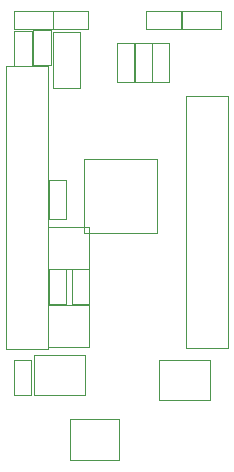
<source format=gbr>
G04 #@! TF.GenerationSoftware,KiCad,Pcbnew,(5.0.1)-4*
G04 #@! TF.CreationDate,2019-08-26T10:27:06+03:00*
G04 #@! TF.ProjectId,CP2102-breakout,4350323130322D627265616B6F75742E,rev?*
G04 #@! TF.SameCoordinates,Original*
G04 #@! TF.FileFunction,Other,User*
%FSLAX46Y46*%
G04 Gerber Fmt 4.6, Leading zero omitted, Abs format (unit mm)*
G04 Created by KiCad (PCBNEW (5.0.1)-4) date 26/08/2019 10:27:06*
%MOMM*%
%LPD*%
G01*
G04 APERTURE LIST*
%ADD10C,0.050000*%
G04 APERTURE END LIST*
D10*
G04 #@! TO.C,J2*
X39900000Y-47520000D02*
X39900000Y-23620000D01*
X39900000Y-23620000D02*
X36300000Y-23620000D01*
X36300000Y-23620000D02*
X36300000Y-47520000D01*
X36300000Y-47520000D02*
X39900000Y-47520000D01*
G04 #@! TO.C,J1*
X55140000Y-26140000D02*
X51540000Y-26140000D01*
X55140000Y-47490000D02*
X55140000Y-26140000D01*
X51540000Y-47490000D02*
X55140000Y-47490000D01*
X51540000Y-26140000D02*
X51540000Y-47490000D01*
G04 #@! TO.C,D1*
X51220000Y-18970000D02*
X54520000Y-18970000D01*
X51220000Y-20430000D02*
X51220000Y-18970000D01*
X54520000Y-20430000D02*
X51220000Y-20430000D01*
X54520000Y-18970000D02*
X54520000Y-20430000D01*
G04 #@! TO.C,D2*
X36950000Y-20430000D02*
X36950000Y-18970000D01*
X36950000Y-18970000D02*
X40250000Y-18970000D01*
X40250000Y-18970000D02*
X40250000Y-20430000D01*
X40250000Y-20430000D02*
X36950000Y-20430000D01*
G04 #@! TO.C,D3*
X45865000Y-53495000D02*
X45865000Y-56995000D01*
X45865000Y-53495000D02*
X41765000Y-53495000D01*
X41765000Y-56995000D02*
X45865000Y-56995000D01*
X41765000Y-56995000D02*
X41765000Y-53495000D01*
G04 #@! TO.C,U5*
X53605000Y-51865000D02*
X49265000Y-51865000D01*
X53605000Y-51865000D02*
X53605000Y-48465000D01*
X49265000Y-48465000D02*
X49265000Y-51865000D01*
X49265000Y-48465000D02*
X53605000Y-48465000D01*
G04 #@! TO.C,U4*
X42985000Y-51425000D02*
X38645000Y-51425000D01*
X42985000Y-51425000D02*
X42985000Y-48025000D01*
X38645000Y-48025000D02*
X38645000Y-51425000D01*
X38645000Y-48025000D02*
X42985000Y-48025000D01*
G04 #@! TO.C,U3*
X42900000Y-31500000D02*
X42900000Y-37700000D01*
X49100000Y-31500000D02*
X42900000Y-31500000D01*
X49100000Y-37700000D02*
X49100000Y-31500000D01*
X42900000Y-37700000D02*
X49100000Y-37700000D01*
G04 #@! TO.C,D4*
X42550000Y-20750000D02*
X40250000Y-20750000D01*
X40250000Y-25450000D02*
X40250000Y-20750000D01*
X42550000Y-25450000D02*
X40250000Y-25450000D01*
X42550000Y-20750000D02*
X42550000Y-25450000D01*
G04 #@! TO.C,Q1*
X43300000Y-47350000D02*
X39900000Y-47350000D01*
X39900000Y-47350000D02*
X39900000Y-43850000D01*
X39900000Y-43850000D02*
X43300000Y-43850000D01*
X43300000Y-43850000D02*
X43300000Y-47350000D01*
G04 #@! TO.C,Q2*
X43300000Y-37250000D02*
X43300000Y-40750000D01*
X39900000Y-37250000D02*
X43300000Y-37250000D01*
X39900000Y-40750000D02*
X39900000Y-37250000D01*
X43300000Y-40750000D02*
X39900000Y-40750000D01*
G04 #@! TO.C,C2*
X39970000Y-36550000D02*
X39970000Y-33250000D01*
X41430000Y-36550000D02*
X39970000Y-36550000D01*
X41430000Y-33250000D02*
X41430000Y-36550000D01*
X39970000Y-33250000D02*
X41430000Y-33250000D01*
G04 #@! TO.C,C3*
X47190000Y-24925000D02*
X47190000Y-21625000D01*
X48650000Y-24925000D02*
X47190000Y-24925000D01*
X48650000Y-21625000D02*
X48650000Y-24925000D01*
X47190000Y-21625000D02*
X48650000Y-21625000D01*
G04 #@! TO.C,C4*
X48690000Y-21625000D02*
X50150000Y-21625000D01*
X50150000Y-21625000D02*
X50150000Y-24925000D01*
X50150000Y-24925000D02*
X48690000Y-24925000D01*
X48690000Y-24925000D02*
X48690000Y-21625000D01*
G04 #@! TO.C,C5*
X47150000Y-24925000D02*
X45690000Y-24925000D01*
X45690000Y-24925000D02*
X45690000Y-21625000D01*
X45690000Y-21625000D02*
X47150000Y-21625000D01*
X47150000Y-21625000D02*
X47150000Y-24925000D01*
G04 #@! TO.C,R1*
X48190000Y-18970000D02*
X51150000Y-18970000D01*
X48190000Y-20430000D02*
X48190000Y-18970000D01*
X51150000Y-20430000D02*
X48190000Y-20430000D01*
X51150000Y-18970000D02*
X51150000Y-20430000D01*
G04 #@! TO.C,R2*
X40320000Y-20430000D02*
X40320000Y-18970000D01*
X40320000Y-18970000D02*
X43280000Y-18970000D01*
X43280000Y-18970000D02*
X43280000Y-20430000D01*
X43280000Y-20430000D02*
X40320000Y-20430000D01*
G04 #@! TO.C,R7*
X38430000Y-48470000D02*
X38430000Y-51430000D01*
X36970000Y-48470000D02*
X38430000Y-48470000D01*
X36970000Y-51430000D02*
X36970000Y-48470000D01*
X38430000Y-51430000D02*
X36970000Y-51430000D01*
G04 #@! TO.C,R8*
X37020000Y-23580000D02*
X37020000Y-20620000D01*
X38480000Y-23580000D02*
X37020000Y-23580000D01*
X38480000Y-20620000D02*
X38480000Y-23580000D01*
X37020000Y-20620000D02*
X38480000Y-20620000D01*
G04 #@! TO.C,R9*
X41430000Y-43767500D02*
X39970000Y-43767500D01*
X39970000Y-43767500D02*
X39970000Y-40807500D01*
X39970000Y-40807500D02*
X41430000Y-40807500D01*
X41430000Y-40807500D02*
X41430000Y-43767500D01*
G04 #@! TO.C,R10*
X41870000Y-40820000D02*
X43330000Y-40820000D01*
X43330000Y-40820000D02*
X43330000Y-43780000D01*
X43330000Y-43780000D02*
X41870000Y-43780000D01*
X41870000Y-43780000D02*
X41870000Y-40820000D01*
G04 #@! TO.C,R11*
X38620000Y-20570000D02*
X40080000Y-20570000D01*
X40080000Y-20570000D02*
X40080000Y-23530000D01*
X40080000Y-23530000D02*
X38620000Y-23530000D01*
X38620000Y-23530000D02*
X38620000Y-20570000D01*
G04 #@! TD*
M02*

</source>
